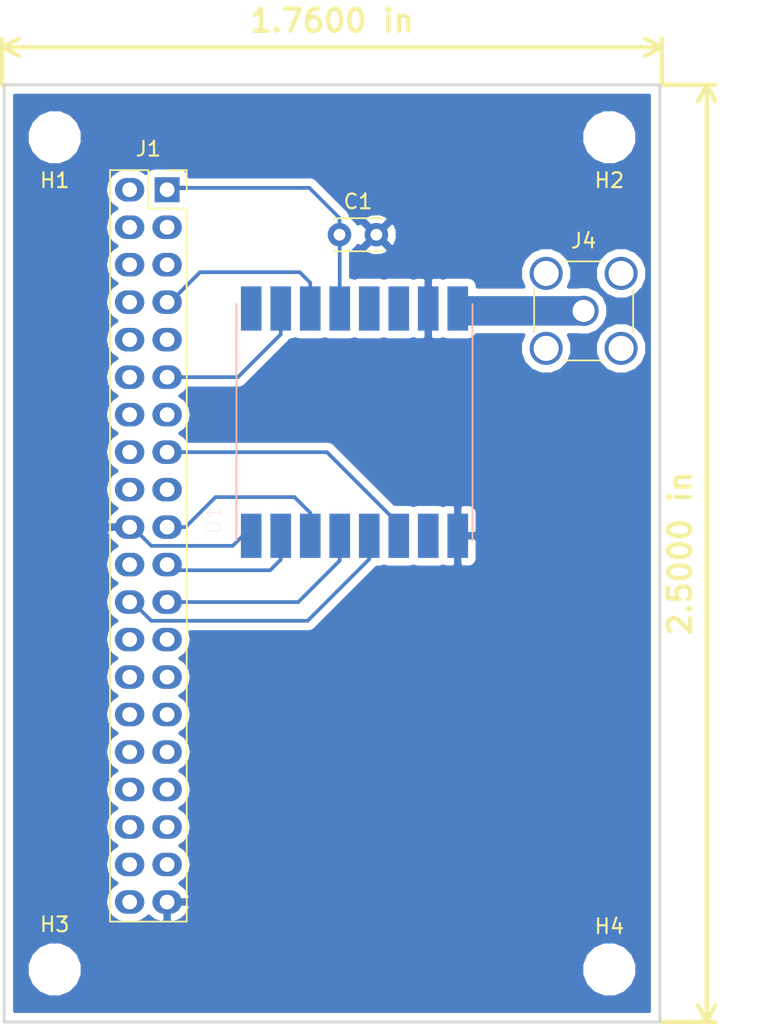
<source format=kicad_pcb>
(kicad_pcb (version 20171130) (host pcbnew "(5.0.2)-1")

  (general
    (thickness 1.6)
    (drawings 6)
    (tracks 45)
    (zones 0)
    (modules 8)
    (nets 44)
  )

  (page A4)
  (layers
    (0 F.Cu signal hide)
    (31 B.Cu signal)
    (32 B.Adhes user)
    (33 F.Adhes user)
    (34 B.Paste user)
    (35 F.Paste user)
    (36 B.SilkS user)
    (37 F.SilkS user)
    (38 B.Mask user)
    (39 F.Mask user)
    (40 Dwgs.User user)
    (41 Cmts.User user)
    (42 Eco1.User user)
    (43 Eco2.User user)
    (44 Edge.Cuts user)
    (45 Margin user)
    (46 B.CrtYd user)
    (47 F.CrtYd user)
    (48 B.Fab user)
    (49 F.Fab user)
  )

  (setup
    (last_trace_width 0.25)
    (trace_clearance 0.2)
    (zone_clearance 0.508)
    (zone_45_only no)
    (trace_min 0.2)
    (segment_width 0.2)
    (edge_width 0.15)
    (via_size 0.8)
    (via_drill 0.4)
    (via_min_size 0.4)
    (via_min_drill 0.3)
    (uvia_size 0.3)
    (uvia_drill 0.1)
    (uvias_allowed no)
    (uvia_min_size 0.2)
    (uvia_min_drill 0.1)
    (pcb_text_width 0.3)
    (pcb_text_size 1.5 1.5)
    (mod_edge_width 0.15)
    (mod_text_size 1 1)
    (mod_text_width 0.15)
    (pad_size 1.6 1.6)
    (pad_drill 0.8)
    (pad_to_mask_clearance 0.051)
    (solder_mask_min_width 0.25)
    (aux_axis_origin 0 0)
    (grid_origin 95.123 127)
    (visible_elements 7FFFFFFF)
    (pcbplotparams
      (layerselection 0x010fc_ffffffff)
      (usegerberextensions false)
      (usegerberattributes false)
      (usegerberadvancedattributes false)
      (creategerberjobfile false)
      (excludeedgelayer true)
      (linewidth 0.100000)
      (plotframeref false)
      (viasonmask false)
      (mode 1)
      (useauxorigin false)
      (hpglpennumber 1)
      (hpglpenspeed 20)
      (hpglpendiameter 15.000000)
      (psnegative false)
      (psa4output false)
      (plotreference true)
      (plotvalue true)
      (plotinvisibletext false)
      (padsonsilk false)
      (subtractmaskfromsilk false)
      (outputformat 1)
      (mirror false)
      (drillshape 1)
      (scaleselection 1)
      (outputdirectory ""))
  )

  (net 0 "")
  (net 1 +3V3)
  (net 2 GND)
  (net 3 "Net-(J1-Pad3)")
  (net 4 "Net-(J1-Pad4)")
  (net 5 "Net-(J1-Pad5)")
  (net 6 "Net-(J1-Pad6)")
  (net 7 DIO0)
  (net 8 "Net-(J1-Pad8)")
  (net 9 "Net-(J1-Pad10)")
  (net 10 DIO1)
  (net 11 "Net-(J1-Pad12)")
  (net 12 "Net-(J1-Pad13)")
  (net 13 "Net-(J1-Pad14)")
  (net 14 RST)
  (net 15 "Net-(J1-Pad16)")
  (net 16 "Net-(J1-Pad17)")
  (net 17 "Net-(J1-Pad18)")
  (net 18 MOSI)
  (net 19 "Net-(J1-Pad22)")
  (net 20 SCK)
  (net 21 "Net-(J1-Pad25)")
  (net 22 "Net-(J1-Pad26)")
  (net 23 "Net-(J1-Pad27)")
  (net 24 "Net-(J1-Pad28)")
  (net 25 "Net-(J1-Pad29)")
  (net 26 "Net-(J1-Pad30)")
  (net 27 "Net-(J1-Pad31)")
  (net 28 "Net-(J1-Pad32)")
  (net 29 "Net-(J1-Pad33)")
  (net 30 "Net-(J1-Pad34)")
  (net 31 "Net-(J1-Pad35)")
  (net 32 "Net-(J1-Pad36)")
  (net 33 "Net-(J1-Pad37)")
  (net 34 "Net-(J1-Pad38)")
  (net 35 "Net-(J1-Pad40)")
  (net 36 NSS)
  (net 37 MISO)
  (net 38 ANT)
  (net 39 "Net-(U1-Pad7)")
  (net 40 "Net-(U1-Pad11)")
  (net 41 "Net-(U1-Pad12)")
  (net 42 "Net-(U1-Pad16)")
  (net 43 "Net-(J1-Pad9)")

  (net_class Default "This is the default net class."
    (clearance 0.2)
    (trace_width 0.25)
    (via_dia 0.8)
    (via_drill 0.4)
    (uvia_dia 0.3)
    (uvia_drill 0.1)
    (add_net +3V3)
    (add_net ANT)
    (add_net DIO0)
    (add_net DIO1)
    (add_net GND)
    (add_net MISO)
    (add_net MOSI)
    (add_net NSS)
    (add_net "Net-(J1-Pad10)")
    (add_net "Net-(J1-Pad12)")
    (add_net "Net-(J1-Pad13)")
    (add_net "Net-(J1-Pad14)")
    (add_net "Net-(J1-Pad16)")
    (add_net "Net-(J1-Pad17)")
    (add_net "Net-(J1-Pad18)")
    (add_net "Net-(J1-Pad22)")
    (add_net "Net-(J1-Pad25)")
    (add_net "Net-(J1-Pad26)")
    (add_net "Net-(J1-Pad27)")
    (add_net "Net-(J1-Pad28)")
    (add_net "Net-(J1-Pad29)")
    (add_net "Net-(J1-Pad3)")
    (add_net "Net-(J1-Pad30)")
    (add_net "Net-(J1-Pad31)")
    (add_net "Net-(J1-Pad32)")
    (add_net "Net-(J1-Pad33)")
    (add_net "Net-(J1-Pad34)")
    (add_net "Net-(J1-Pad35)")
    (add_net "Net-(J1-Pad36)")
    (add_net "Net-(J1-Pad37)")
    (add_net "Net-(J1-Pad38)")
    (add_net "Net-(J1-Pad4)")
    (add_net "Net-(J1-Pad40)")
    (add_net "Net-(J1-Pad5)")
    (add_net "Net-(J1-Pad6)")
    (add_net "Net-(J1-Pad8)")
    (add_net "Net-(J1-Pad9)")
    (add_net "Net-(U1-Pad11)")
    (add_net "Net-(U1-Pad12)")
    (add_net "Net-(U1-Pad16)")
    (add_net "Net-(U1-Pad7)")
    (add_net RST)
    (add_net SCK)
  )

  (module RFM95:XCVR_RFM95W-915S2 (layer F.Cu) (tedit 5E375F02) (tstamp 5E3B6617)
    (at 118.999 86.36 90)
    (path /5E3934E9)
    (fp_text reference U1 (at -6.63079 -9.54026 90) (layer B.SilkS)
      (effects (font (size 1 1) (thickness 0.015)))
    )
    (fp_text value RFM95W-868S2 (at 0.6917 9.5683 90) (layer F.Fab)
      (effects (font (size 1 1) (thickness 0.015)))
    )
    (fp_line (start -8 8) (end -8 -8) (layer F.Fab) (width 0.127))
    (fp_line (start -8 -8) (end 8 -8) (layer F.Fab) (width 0.127))
    (fp_line (start 8 -8) (end 8 8) (layer F.Fab) (width 0.127))
    (fp_line (start 8 8) (end -8 8) (layer F.Fab) (width 0.127))
    (fp_line (start -8.25 -8.25) (end 8.25 -8.25) (layer F.CrtYd) (width 0.05))
    (fp_line (start 8.25 -8.25) (end 8.25 -7.95) (layer F.CrtYd) (width 0.05))
    (fp_line (start 8.25 -7.95) (end 9.45 -7.95) (layer F.CrtYd) (width 0.05))
    (fp_line (start 9.45 -7.95) (end 9.45 7.95) (layer F.CrtYd) (width 0.05))
    (fp_line (start 9.45 7.95) (end 8.25 7.95) (layer F.CrtYd) (width 0.05))
    (fp_line (start 8.25 7.95) (end 8.25 8.25) (layer F.CrtYd) (width 0.05))
    (fp_line (start 8.25 8.25) (end -8.25 8.25) (layer F.CrtYd) (width 0.05))
    (fp_line (start -8.25 8.25) (end -8.25 7.95) (layer F.CrtYd) (width 0.05))
    (fp_line (start -8.25 7.95) (end -9.45 7.95) (layer F.CrtYd) (width 0.05))
    (fp_line (start -9.45 7.95) (end -9.45 -7.95) (layer F.CrtYd) (width 0.05))
    (fp_line (start -9.45 -7.95) (end -8.25 -7.95) (layer F.CrtYd) (width 0.05))
    (fp_line (start -8.25 -7.95) (end -8.25 -8.25) (layer F.CrtYd) (width 0.05))
    (fp_line (start -8 -8) (end 8 -8) (layer B.SilkS) (width 0.127))
    (fp_line (start -8 8) (end 8 8) (layer B.SilkS) (width 0.127))
    (pad 1 smd rect (at -7.7 -7 90) (size 3 1.4) (layers B.Cu B.Mask)
      (net 2 GND))
    (pad 2 smd rect (at -7.7 -5 90) (size 3 1.4) (layers B.Cu B.Mask)
      (net 37 MISO))
    (pad 3 smd rect (at -7.7 -3 90) (size 3 1.4) (layers B.Cu B.Mask)
      (net 18 MOSI))
    (pad 4 smd rect (at -7.7 -1 90) (size 3 1.4) (layers B.Cu B.Mask)
      (net 20 SCK))
    (pad 5 smd rect (at -7.7 1 90) (size 3 1.4) (layers B.Cu B.Mask)
      (net 36 NSS))
    (pad 6 smd rect (at -7.7 3 90) (size 3 1.4) (layers B.Cu B.Mask)
      (net 14 RST))
    (pad 7 smd rect (at -7.7 5 90) (size 3 1.4) (layers B.Cu B.Mask)
      (net 39 "Net-(U1-Pad7)"))
    (pad 8 smd rect (at -7.7 7 90) (size 3 1.4) (layers B.Cu B.Mask)
      (net 2 GND))
    (pad 9 smd rect (at 7.7 7 90) (size 3 1.4) (layers B.Cu B.Mask)
      (net 38 ANT))
    (pad 10 smd rect (at 7.7 5 90) (size 3 1.4) (layers B.Cu B.Mask)
      (net 2 GND))
    (pad 11 smd rect (at 7.7 3 90) (size 3 1.4) (layers B.Cu B.Mask)
      (net 40 "Net-(U1-Pad11)"))
    (pad 12 smd rect (at 7.7 1 90) (size 3 1.4) (layers B.Cu B.Mask)
      (net 41 "Net-(U1-Pad12)"))
    (pad 13 smd rect (at 7.7 -1 90) (size 3 1.4) (layers B.Cu B.Mask)
      (net 1 +3V3))
    (pad 14 smd rect (at 7.7 -3 90) (size 3 1.4) (layers B.Cu B.Mask)
      (net 7 DIO0))
    (pad 15 smd rect (at 7.7 -5 90) (size 3 1.4) (layers B.Cu B.Mask)
      (net 10 DIO1))
    (pad 16 smd rect (at 7.7 -7 90) (size 3 1.4) (layers B.Cu B.Mask)
      (net 42 "Net-(U1-Pad16)"))
    (model "${KIPRJMOD}/RFM95/User Library-RFM96W.STEP"
      (offset (xyz 7.5 -8 -2.9))
      (scale (xyz 1 1 1))
      (rotate (xyz 0 -180 0))
    )
  )

  (module Connector_PinSocket_2.54mm:PinSocket_2x20_P2.54mm_Vertical (layer F.Cu) (tedit 5E375CC7) (tstamp 5E39E7F5)
    (at 106.299 70.612)
    (descr "Through hole straight socket strip, 2x20, 2.54mm pitch, double cols (from Kicad 4.0.7), script generated")
    (tags "Through hole socket strip THT 2x20 2.54mm double row")
    (path /5E37189D)
    (fp_text reference J1 (at -1.27 -2.77) (layer F.SilkS)
      (effects (font (size 1 1) (thickness 0.15)))
    )
    (fp_text value Conn_01x40_Female (at -1.27 51.03) (layer F.Fab)
      (effects (font (size 1 1) (thickness 0.15)))
    )
    (fp_line (start -3.81 -1.27) (end 0.27 -1.27) (layer F.Fab) (width 0.1))
    (fp_line (start 0.27 -1.27) (end 1.27 -0.27) (layer F.Fab) (width 0.1))
    (fp_line (start 1.27 -0.27) (end 1.27 49.53) (layer F.Fab) (width 0.1))
    (fp_line (start 1.27 49.53) (end -3.81 49.53) (layer F.Fab) (width 0.1))
    (fp_line (start -3.81 49.53) (end -3.81 -1.27) (layer F.Fab) (width 0.1))
    (fp_line (start -3.87 -1.33) (end -1.27 -1.33) (layer F.SilkS) (width 0.12))
    (fp_line (start -3.87 -1.33) (end -3.87 49.59) (layer F.SilkS) (width 0.12))
    (fp_line (start -3.87 49.59) (end 1.33 49.59) (layer F.SilkS) (width 0.12))
    (fp_line (start 1.33 1.27) (end 1.33 49.59) (layer F.SilkS) (width 0.12))
    (fp_line (start -1.27 1.27) (end 1.33 1.27) (layer F.SilkS) (width 0.12))
    (fp_line (start -1.27 -1.33) (end -1.27 1.27) (layer F.SilkS) (width 0.12))
    (fp_line (start 1.33 -1.33) (end 1.33 0) (layer F.SilkS) (width 0.12))
    (fp_line (start 0 -1.33) (end 1.33 -1.33) (layer F.SilkS) (width 0.12))
    (fp_line (start -4.34 -1.8) (end 1.76 -1.8) (layer F.CrtYd) (width 0.05))
    (fp_line (start 1.76 -1.8) (end 1.76 50) (layer F.CrtYd) (width 0.05))
    (fp_line (start 1.76 50) (end -4.34 50) (layer F.CrtYd) (width 0.05))
    (fp_line (start -4.34 50) (end -4.34 -1.8) (layer F.CrtYd) (width 0.05))
    (fp_text user %R (at -1.27 24.13 90) (layer F.Fab)
      (effects (font (size 1 1) (thickness 0.15)))
    )
    (pad "" np_thru_hole rect (at 0 0) (size 1.7 1.7) (drill 1) (layers *.Mask B.Cu))
    (pad "" np_thru_hole oval (at -2.54 0) (size 2 1.6) (drill 1) (layers *.Mask B.Cu))
    (pad 3 np_thru_hole oval (at 0 2.54) (size 2 1.6) (drill 1) (layers *.Mask B.Cu)
      (net 3 "Net-(J1-Pad3)"))
    (pad 4 np_thru_hole oval (at -2.54 2.54) (size 2 1.6) (drill 1) (layers *.Mask B.Cu)
      (net 4 "Net-(J1-Pad4)"))
    (pad 5 np_thru_hole oval (at 0 5.08) (size 2 1.6) (drill 1) (layers *.Mask B.Cu)
      (net 5 "Net-(J1-Pad5)"))
    (pad 6 np_thru_hole oval (at -2.54 5.08) (size 2 1.6) (drill 1) (layers *.Mask B.Cu)
      (net 6 "Net-(J1-Pad6)"))
    (pad 7 np_thru_hole oval (at 0 7.62) (size 2 1.6) (drill 1) (layers *.Mask B.Cu)
      (net 7 DIO0))
    (pad 8 np_thru_hole oval (at -2.54 7.62) (size 2 1.6) (drill 1) (layers *.Mask B.Cu)
      (net 8 "Net-(J1-Pad8)"))
    (pad 9 np_thru_hole oval (at 0 10.16) (size 2 1.6) (drill 1) (layers *.Mask B.Cu)
      (net 43 "Net-(J1-Pad9)"))
    (pad 10 np_thru_hole oval (at -2.54 10.16) (size 2 1.6) (drill 1) (layers *.Mask B.Cu)
      (net 9 "Net-(J1-Pad10)"))
    (pad 11 np_thru_hole oval (at 0 12.7) (size 2 1.6) (drill 1) (layers *.Mask B.Cu)
      (net 10 DIO1))
    (pad 12 np_thru_hole oval (at -2.54 12.7) (size 2 1.6) (drill 1) (layers *.Mask B.Cu)
      (net 11 "Net-(J1-Pad12)"))
    (pad 13 np_thru_hole oval (at 0 15.24) (size 2 1.6) (drill 1) (layers *.Mask B.Cu)
      (net 12 "Net-(J1-Pad13)"))
    (pad 14 np_thru_hole oval (at -2.54 15.24) (size 2 1.6) (drill 1) (layers *.Mask B.Cu)
      (net 13 "Net-(J1-Pad14)"))
    (pad 15 np_thru_hole oval (at 0 17.78) (size 2 1.6) (drill 1) (layers *.Mask B.Cu)
      (net 14 RST))
    (pad 16 np_thru_hole oval (at -2.54 17.78) (size 2 1.6) (drill 1) (layers *.Mask B.Cu)
      (net 15 "Net-(J1-Pad16)"))
    (pad 17 np_thru_hole oval (at 0 20.32) (size 2 1.6) (drill 1) (layers *.Mask B.Cu)
      (net 16 "Net-(J1-Pad17)"))
    (pad 18 np_thru_hole oval (at -2.54 20.32) (size 2 1.6) (drill 1) (layers *.Mask B.Cu)
      (net 17 "Net-(J1-Pad18)"))
    (pad 19 np_thru_hole oval (at 0 22.86) (size 2 1.6) (drill 1) (layers *.Mask B.Cu)
      (net 18 MOSI))
    (pad 20 np_thru_hole oval (at -2.54 22.86) (size 2 1.6) (drill 1) (layers *.Mask B.Cu)
      (net 2 GND))
    (pad 21 np_thru_hole oval (at 0 25.4) (size 2 1.6) (drill 1) (layers *.Mask B.Cu)
      (net 37 MISO))
    (pad 22 np_thru_hole oval (at -2.54 25.4) (size 2 1.6) (drill 1) (layers *.Mask B.Cu)
      (net 19 "Net-(J1-Pad22)"))
    (pad 23 np_thru_hole oval (at 0 27.94) (size 2 1.6) (drill 1) (layers *.Mask B.Cu)
      (net 20 SCK))
    (pad 24 np_thru_hole oval (at -2.54 27.94) (size 2 1.6) (drill 1) (layers *.Mask B.Cu)
      (net 36 NSS))
    (pad 25 np_thru_hole oval (at 0 30.48) (size 2 1.6) (drill 1) (layers *.Mask B.Cu)
      (net 21 "Net-(J1-Pad25)"))
    (pad 26 np_thru_hole oval (at -2.54 30.48) (size 2 1.6) (drill 1) (layers *.Mask B.Cu)
      (net 22 "Net-(J1-Pad26)"))
    (pad 27 np_thru_hole oval (at 0 33.02) (size 2 1.6) (drill 1) (layers *.Mask B.Cu)
      (net 23 "Net-(J1-Pad27)"))
    (pad 28 np_thru_hole oval (at -2.54 33.02) (size 2 1.6) (drill 1) (layers *.Mask B.Cu)
      (net 24 "Net-(J1-Pad28)"))
    (pad 29 np_thru_hole oval (at 0 35.56) (size 2 1.6) (drill 1) (layers *.Mask B.Cu)
      (net 25 "Net-(J1-Pad29)"))
    (pad 30 np_thru_hole oval (at -2.54 35.56) (size 2 1.6) (drill 1) (layers *.Mask B.Cu)
      (net 26 "Net-(J1-Pad30)"))
    (pad 31 np_thru_hole oval (at 0 38.1) (size 2 1.6) (drill 1) (layers *.Mask B.Cu)
      (net 27 "Net-(J1-Pad31)"))
    (pad 32 np_thru_hole oval (at -2.54 38.1) (size 2 1.6) (drill 1) (layers *.Mask B.Cu)
      (net 28 "Net-(J1-Pad32)"))
    (pad 33 np_thru_hole oval (at 0 40.64) (size 2 1.6) (drill 1) (layers *.Mask B.Cu)
      (net 29 "Net-(J1-Pad33)"))
    (pad 34 np_thru_hole oval (at -2.54 40.64) (size 2 1.6) (drill 1) (layers *.Mask B.Cu)
      (net 30 "Net-(J1-Pad34)"))
    (pad 35 np_thru_hole oval (at 0 43.18) (size 2 1.6) (drill 1) (layers *.Mask B.Cu)
      (net 31 "Net-(J1-Pad35)"))
    (pad 36 np_thru_hole oval (at -2.54 43.18) (size 2 1.6) (drill 1) (layers *.Mask B.Cu)
      (net 32 "Net-(J1-Pad36)"))
    (pad 37 np_thru_hole oval (at 0 45.72) (size 2 1.6) (drill 1) (layers *.Mask B.Cu)
      (net 33 "Net-(J1-Pad37)"))
    (pad 38 np_thru_hole oval (at -2.54 45.72) (size 2 1.6) (drill 1) (layers *.Mask B.Cu)
      (net 34 "Net-(J1-Pad38)"))
    (pad 39 np_thru_hole oval (at 0 48.26) (size 2 1.6) (drill 1) (layers *.Mask B.Cu)
      (net 2 GND))
    (pad 40 np_thru_hole oval (at -2.54 48.26) (size 2 1.6) (drill 1) (layers *.Mask B.Cu)
      (net 35 "Net-(J1-Pad40)"))
    (model ${KISYS3DMOD}/Connector_PinSocket_2.54mm.3dshapes/PinSocket_2x20_P2.54mm_Vertical.wrl
      (at (xyz 0 0 0))
      (scale (xyz 1 1 1))
      (rotate (xyz 0 0 0))
    )
  )

  (module Connector_Coaxial:SMA_Amphenol_901-144_Vertical (layer F.Cu) (tedit 5E37531B) (tstamp 5E385DE4)
    (at 134.529612 78.821094)
    (descr https://www.amphenolrf.com/downloads/dl/file/id/7023/product/3103/901_144_customer_drawing.pdf)
    (tags "SMA THT Female Jack Vertical")
    (path /5E390D2A)
    (fp_text reference J4 (at 0 -4.75) (layer F.SilkS)
      (effects (font (size 1 1) (thickness 0.15)))
    )
    (fp_text value Conn_01x01_Female (at 0 5) (layer F.Fab)
      (effects (font (size 1 1) (thickness 0.15)))
    )
    (fp_circle (center 0 0) (end 3.175 0) (layer F.Fab) (width 0.1))
    (fp_line (start 4.17 4.17) (end -4.17 4.17) (layer F.CrtYd) (width 0.05))
    (fp_line (start 4.17 4.17) (end 4.17 -4.17) (layer F.CrtYd) (width 0.05))
    (fp_line (start -4.17 -4.17) (end -4.17 4.17) (layer F.CrtYd) (width 0.05))
    (fp_line (start -4.17 -4.17) (end 4.17 -4.17) (layer F.CrtYd) (width 0.05))
    (fp_line (start -3.175 -3.175) (end 3.175 -3.175) (layer F.Fab) (width 0.1))
    (fp_line (start -3.175 -3.175) (end -3.175 3.175) (layer F.Fab) (width 0.1))
    (fp_line (start -3.175 3.175) (end 3.175 3.175) (layer F.Fab) (width 0.1))
    (fp_line (start 3.175 -3.175) (end 3.175 3.175) (layer F.Fab) (width 0.1))
    (fp_line (start -3.355 -1.45) (end -3.355 1.45) (layer F.SilkS) (width 0.12))
    (fp_line (start 3.355 -1.45) (end 3.355 1.45) (layer F.SilkS) (width 0.12))
    (fp_line (start -1.45 3.355) (end 1.45 3.355) (layer F.SilkS) (width 0.12))
    (fp_line (start -1.45 -3.355) (end 1.45 -3.355) (layer F.SilkS) (width 0.12))
    (fp_text user %R (at 0 0) (layer F.Fab)
      (effects (font (size 1 1) (thickness 0.15)))
    )
    (pad "" np_thru_hole circle (at 0 0) (size 2.05 2.05) (drill 1.5) (layers *.Mask B.Cu))
    (pad "" np_thru_hole circle (at 2.54 2.54) (size 2.25 2.25) (drill 1.7) (layers *.Mask B.Cu))
    (pad "" np_thru_hole circle (at 2.54 -2.54) (size 2.25 2.25) (drill 1.7) (layers *.Mask B.Cu))
    (pad "" np_thru_hole circle (at -2.54 -2.54) (size 2.25 2.25) (drill 1.7) (layers *.Mask B.Cu))
    (pad "" np_thru_hole circle (at -2.54 2.54) (size 2.25 2.25) (drill 1.7) (layers *.Mask B.Cu))
    (model ${KISYS3DMOD}/Connector_Coaxial.3dshapes/SMA_Amphenol_901-144_Vertical.wrl
      (at (xyz 0 0 0))
      (scale (xyz 1 1 1))
      (rotate (xyz 0 0 0))
    )
    (model ${KIPRJMOD}/antena.STEP
      (at (xyz 0 0 0))
      (scale (xyz 1 1 1))
      (rotate (xyz 0 0 0))
    )
    (model ${KIPRJMOD}/132203_3d_model_file.STEP
      (offset (xyz 2.25 0 6.5))
      (scale (xyz 1 1 1))
      (rotate (xyz 90 0 0))
    )
  )

  (module Capacitor_THT:C_Disc_D3.0mm_W2.0mm_P2.50mm (layer F.Cu) (tedit 5E375D45) (tstamp 5E38501C)
    (at 117.983 73.66)
    (descr "C, Disc series, Radial, pin pitch=2.50mm, , diameter*width=3*2mm^2, Capacitor")
    (tags "C Disc series Radial pin pitch 2.50mm  diameter 3mm width 2mm Capacitor")
    (path /5E37AEF1)
    (fp_text reference C1 (at 1.25 -2.25) (layer F.SilkS)
      (effects (font (size 1 1) (thickness 0.15)))
    )
    (fp_text value 100n (at 1.25 2.25) (layer F.Fab)
      (effects (font (size 1 1) (thickness 0.15)))
    )
    (fp_line (start -0.25 -1) (end -0.25 1) (layer F.Fab) (width 0.1))
    (fp_line (start -0.25 1) (end 2.75 1) (layer F.Fab) (width 0.1))
    (fp_line (start 2.75 1) (end 2.75 -1) (layer F.Fab) (width 0.1))
    (fp_line (start 2.75 -1) (end -0.25 -1) (layer F.Fab) (width 0.1))
    (fp_line (start -0.37 -1.12) (end 2.87 -1.12) (layer F.SilkS) (width 0.12))
    (fp_line (start -0.37 1.12) (end 2.87 1.12) (layer F.SilkS) (width 0.12))
    (fp_line (start -0.37 -1.12) (end -0.37 -1.055) (layer F.SilkS) (width 0.12))
    (fp_line (start -0.37 1.055) (end -0.37 1.12) (layer F.SilkS) (width 0.12))
    (fp_line (start 2.87 -1.12) (end 2.87 -1.055) (layer F.SilkS) (width 0.12))
    (fp_line (start 2.87 1.055) (end 2.87 1.12) (layer F.SilkS) (width 0.12))
    (fp_line (start -1.05 -1.25) (end -1.05 1.25) (layer F.CrtYd) (width 0.05))
    (fp_line (start -1.05 1.25) (end 3.55 1.25) (layer F.CrtYd) (width 0.05))
    (fp_line (start 3.55 1.25) (end 3.55 -1.25) (layer F.CrtYd) (width 0.05))
    (fp_line (start 3.55 -1.25) (end -1.05 -1.25) (layer F.CrtYd) (width 0.05))
    (fp_text user %R (at 1.25 0) (layer F.Fab)
      (effects (font (size 0.6 0.6) (thickness 0.09)))
    )
    (pad "" np_thru_hole circle (at 0 0) (size 1.6 1.6) (drill 0.8) (layers *.Mask B.Cu))
    (pad "" np_thru_hole circle (at 2.5 0) (size 1.6 1.6) (drill 0.8) (layers *.Mask B.Cu))
    (model ${KISYS3DMOD}/Capacitor_THT.3dshapes/C_Disc_D3.0mm_W2.0mm_P2.50mm.wrl
      (at (xyz 0 0 0))
      (scale (xyz 1 1 1))
      (rotate (xyz 0 0 0))
    )
  )

  (module MountingHole:MountingHole_2.5mm (layer F.Cu) (tedit 5E375E52) (tstamp 5E38BE05)
    (at 98.679 67.056)
    (descr "Mounting Hole 2.5mm, no annular")
    (tags "mounting hole 2.5mm no annular")
    (attr virtual)
    (fp_text reference H1 (at 0 2.921) (layer F.SilkS)
      (effects (font (size 1 1) (thickness 0.15)))
    )
    (fp_text value MountingHole_2.5mm (at 0 3.5) (layer F.Fab)
      (effects (font (size 1 1) (thickness 0.15)))
    )
    (fp_circle (center 0 0) (end 2.75 0) (layer F.CrtYd) (width 0.05))
    (fp_circle (center 0 0) (end 2.5 0) (layer Cmts.User) (width 0.15))
    (fp_text user %R (at 0.3 0) (layer F.Fab)
      (effects (font (size 1 1) (thickness 0.15)))
    )
    (pad 1 np_thru_hole circle (at 0 0) (size 2.5 2.5) (drill 2.5) (layers *.Cu *.Mask))
  )

  (module MountingHole:MountingHole_2.5mm (layer F.Cu) (tedit 5E375E62) (tstamp 5E38BE23)
    (at 136.271 67.056)
    (descr "Mounting Hole 2.5mm, no annular")
    (tags "mounting hole 2.5mm no annular")
    (attr virtual)
    (fp_text reference H2 (at 0 2.921) (layer F.SilkS)
      (effects (font (size 1 1) (thickness 0.15)))
    )
    (fp_text value MountingHole_2.5mm (at 0 3.5) (layer F.Fab)
      (effects (font (size 1 1) (thickness 0.15)))
    )
    (fp_circle (center 0 0) (end 2.75 0) (layer F.CrtYd) (width 0.05))
    (fp_circle (center 0 0) (end 2.5 0) (layer Cmts.User) (width 0.15))
    (fp_text user %R (at 0.3 0) (layer F.Fab)
      (effects (font (size 1 1) (thickness 0.15)))
    )
    (pad 1 np_thru_hole circle (at 0 0) (size 2.5 2.5) (drill 2.5) (layers *.Cu *.Mask))
  )

  (module MountingHole:MountingHole_2.5mm (layer F.Cu) (tedit 5E375E74) (tstamp 5E38BE41)
    (at 98.679 123.444)
    (descr "Mounting Hole 2.5mm, no annular")
    (tags "mounting hole 2.5mm no annular")
    (attr virtual)
    (fp_text reference H3 (at 0 -3.048) (layer F.SilkS)
      (effects (font (size 1 1) (thickness 0.15)))
    )
    (fp_text value MountingHole_2.5mm (at 0 3.5) (layer F.Fab)
      (effects (font (size 1 1) (thickness 0.15)))
    )
    (fp_circle (center 0 0) (end 2.75 0) (layer F.CrtYd) (width 0.05))
    (fp_circle (center 0 0) (end 2.5 0) (layer Cmts.User) (width 0.15))
    (fp_text user %R (at 0.3 0) (layer F.Fab)
      (effects (font (size 1 1) (thickness 0.15)))
    )
    (pad 1 np_thru_hole circle (at 0 0) (size 2.5 2.5) (drill 2.5) (layers *.Cu *.Mask))
  )

  (module MountingHole:MountingHole_2.5mm (layer F.Cu) (tedit 5E375E7F) (tstamp 5E38BE5F)
    (at 136.271 123.444)
    (descr "Mounting Hole 2.5mm, no annular")
    (tags "mounting hole 2.5mm no annular")
    (attr virtual)
    (fp_text reference H4 (at 0 -2.921) (layer F.SilkS)
      (effects (font (size 1 1) (thickness 0.15)))
    )
    (fp_text value MountingHole_2.5mm (at 0 3.5) (layer F.Fab)
      (effects (font (size 1 1) (thickness 0.15)))
    )
    (fp_circle (center 0 0) (end 2.75 0) (layer F.CrtYd) (width 0.05))
    (fp_circle (center 0 0) (end 2.5 0) (layer Cmts.User) (width 0.15))
    (fp_text user %R (at 0.3 0) (layer F.Fab)
      (effects (font (size 1 1) (thickness 0.15)))
    )
    (pad 1 np_thru_hole circle (at 0 0) (size 2.5 2.5) (drill 2.5) (layers *.Cu *.Mask))
  )

  (dimension 63.5 (width 0.3) (layer F.SilkS)
    (gr_text "63.500 mm" (at 144.975 95.25 270) (layer F.SilkS)
      (effects (font (size 1.5 1.5) (thickness 0.3)))
    )
    (feature1 (pts (xy 139.827 127) (xy 143.461421 127)))
    (feature2 (pts (xy 139.827 63.5) (xy 143.461421 63.5)))
    (crossbar (pts (xy 142.875 63.5) (xy 142.875 127)))
    (arrow1a (pts (xy 142.875 127) (xy 142.288579 125.873496)))
    (arrow1b (pts (xy 142.875 127) (xy 143.461421 125.873496)))
    (arrow2a (pts (xy 142.875 63.5) (xy 142.288579 64.626504)))
    (arrow2b (pts (xy 142.875 63.5) (xy 143.461421 64.626504)))
  )
  (dimension 44.704 (width 0.3) (layer F.SilkS)
    (gr_text "44.704 mm" (at 117.475 58.86) (layer F.SilkS)
      (effects (font (size 1.5 1.5) (thickness 0.3)))
    )
    (feature1 (pts (xy 139.827 63.5) (xy 139.827 60.373579)))
    (feature2 (pts (xy 95.123 63.5) (xy 95.123 60.373579)))
    (crossbar (pts (xy 95.123 60.96) (xy 139.827 60.96)))
    (arrow1a (pts (xy 139.827 60.96) (xy 138.700496 61.546421)))
    (arrow1b (pts (xy 139.827 60.96) (xy 138.700496 60.373579)))
    (arrow2a (pts (xy 95.123 60.96) (xy 96.249504 61.546421)))
    (arrow2b (pts (xy 95.123 60.96) (xy 96.249504 60.373579)))
  )
  (gr_line (start 139.7 63.5) (end 95.25 63.5) (layer Edge.Cuts) (width 0.2))
  (gr_line (start 139.7 127) (end 139.7 63.5) (layer Edge.Cuts) (width 0.2))
  (gr_line (start 95.25 127) (end 139.7 127) (layer Edge.Cuts) (width 0.2))
  (gr_line (start 95.25 63.5) (end 95.25 127) (layer Edge.Cuts) (width 0.2))

  (segment (start 107.630406 70.485) (end 107.315 70.485) (width 0.3) (layer B.Cu) (net 1))
  (segment (start 106.299 70.485) (end 107.315 70.485) (width 0.3) (layer B.Cu) (net 1))
  (segment (start 117.999 73.676) (end 117.983 73.66) (width 0.25) (layer B.Cu) (net 1))
  (segment (start 117.999 78.66) (end 117.999 73.676) (width 0.25) (layer B.Cu) (net 1))
  (segment (start 115.93937 70.485) (end 115.443 70.485) (width 0.25) (layer B.Cu) (net 1))
  (segment (start 117.983 72.52863) (end 115.93937 70.485) (width 0.25) (layer B.Cu) (net 1))
  (segment (start 117.983 73.66) (end 117.983 72.52863) (width 0.25) (layer B.Cu) (net 1))
  (segment (start 107.630406 70.485) (end 115.443 70.485) (width 0.25) (layer B.Cu) (net 1))
  (segment (start 103.959 93.472) (end 105.229 94.742) (width 0.25) (layer B.Cu) (net 2))
  (segment (start 103.759 93.472) (end 103.959 93.472) (width 0.25) (layer B.Cu) (net 2))
  (segment (start 105.229 94.742) (end 110.744 94.742) (width 0.25) (layer B.Cu) (net 2))
  (segment (start 110.744 94.742) (end 111.426 94.06) (width 0.25) (layer B.Cu) (net 2))
  (segment (start 111.426 94.06) (end 111.999 94.06) (width 0.25) (layer B.Cu) (net 2))
  (segment (start 115.999 76.91) (end 115.289 76.2) (width 0.25) (layer B.Cu) (net 7))
  (segment (start 115.999 78.66) (end 115.999 76.91) (width 0.25) (layer B.Cu) (net 7))
  (segment (start 106.499 78.232) (end 106.299 78.232) (width 0.25) (layer B.Cu) (net 7))
  (segment (start 108.531 76.2) (end 106.499 78.232) (width 0.25) (layer B.Cu) (net 7))
  (segment (start 115.289 76.2) (end 108.531 76.2) (width 0.25) (layer B.Cu) (net 7))
  (segment (start 107.549 83.312) (end 106.299 83.312) (width 0.25) (layer B.Cu) (net 10))
  (segment (start 111.097 83.312) (end 107.549 83.312) (width 0.25) (layer B.Cu) (net 10))
  (segment (start 113.999 80.41) (end 111.097 83.312) (width 0.25) (layer B.Cu) (net 10))
  (segment (start 113.999 78.66) (end 113.999 80.41) (width 0.25) (layer B.Cu) (net 10))
  (segment (start 107.549 88.392) (end 106.299 88.392) (width 0.25) (layer B.Cu) (net 14))
  (segment (start 117.131 88.392) (end 107.549 88.392) (width 0.25) (layer B.Cu) (net 14))
  (segment (start 121.999 93.26) (end 117.131 88.392) (width 0.25) (layer B.Cu) (net 14))
  (segment (start 121.999 94.06) (end 121.999 93.26) (width 0.25) (layer B.Cu) (net 14))
  (segment (start 115.999 92.504) (end 115.999 94.06) (width 0.25) (layer B.Cu) (net 18))
  (segment (start 114.935 91.44) (end 115.999 92.504) (width 0.25) (layer B.Cu) (net 18))
  (segment (start 109.581 91.44) (end 114.935 91.44) (width 0.25) (layer B.Cu) (net 18))
  (segment (start 106.299 93.472) (end 107.549 93.472) (width 0.25) (layer B.Cu) (net 18))
  (segment (start 107.549 93.472) (end 109.581 91.44) (width 0.25) (layer B.Cu) (net 18))
  (segment (start 117.999 95.742) (end 117.999 94.06) (width 0.25) (layer B.Cu) (net 20))
  (segment (start 106.299 98.552) (end 115.189 98.552) (width 0.25) (layer B.Cu) (net 20))
  (segment (start 115.189 98.552) (end 117.999 95.742) (width 0.25) (layer B.Cu) (net 20))
  (segment (start 119.999 95.647) (end 119.999 94.06) (width 0.25) (layer B.Cu) (net 36))
  (segment (start 115.824 99.822) (end 119.999 95.647) (width 0.25) (layer B.Cu) (net 36))
  (segment (start 105.229 99.822) (end 115.824 99.822) (width 0.25) (layer B.Cu) (net 36))
  (segment (start 103.759 98.552) (end 103.959 98.552) (width 0.25) (layer B.Cu) (net 36))
  (segment (start 103.959 98.552) (end 105.229 99.822) (width 0.25) (layer B.Cu) (net 36))
  (segment (start 113.999 95.678) (end 113.999 94.06) (width 0.25) (layer B.Cu) (net 37))
  (segment (start 113.284 96.393) (end 113.999 95.678) (width 0.25) (layer B.Cu) (net 37))
  (segment (start 106.299 96.012) (end 106.68 96.393) (width 0.25) (layer B.Cu) (net 37))
  (segment (start 106.68 96.393) (end 113.284 96.393) (width 0.25) (layer B.Cu) (net 37))
  (segment (start 134.525949 79.388931) (end 134.529612 79.392594) (width 0.25) (layer B.Cu) (net 38))
  (segment (start 134.529612 78.821094) (end 126.700094 78.821094) (width 2) (layer B.Cu) (net 38))

  (zone (net 2) (net_name GND) (layer B.Cu) (tstamp 0) (hatch edge 0.508)
    (connect_pads (clearance 0.508))
    (min_thickness 0.254)
    (fill yes (arc_segments 16) (thermal_gap 0.508) (thermal_bridge_width 0.508))
    (polygon
      (pts
        (xy 95.25 63.5) (xy 139.7 63.5) (xy 139.7 127) (xy 95.25 127)
      )
    )
    (filled_polygon
      (pts
        (xy 138.965 126.265) (xy 95.985 126.265) (xy 95.985 123.06905) (xy 96.794 123.06905) (xy 96.794 123.81895)
        (xy 97.080974 124.511767) (xy 97.611233 125.042026) (xy 98.30405 125.329) (xy 99.05395 125.329) (xy 99.746767 125.042026)
        (xy 100.277026 124.511767) (xy 100.564 123.81895) (xy 100.564 123.06905) (xy 134.386 123.06905) (xy 134.386 123.81895)
        (xy 134.672974 124.511767) (xy 135.203233 125.042026) (xy 135.89605 125.329) (xy 136.64595 125.329) (xy 137.338767 125.042026)
        (xy 137.869026 124.511767) (xy 138.156 123.81895) (xy 138.156 123.06905) (xy 137.869026 122.376233) (xy 137.338767 121.845974)
        (xy 136.64595 121.559) (xy 135.89605 121.559) (xy 135.203233 121.845974) (xy 134.672974 122.376233) (xy 134.386 123.06905)
        (xy 100.564 123.06905) (xy 100.277026 122.376233) (xy 99.746767 121.845974) (xy 99.05395 121.559) (xy 98.30405 121.559)
        (xy 97.611233 121.845974) (xy 97.080974 122.376233) (xy 96.794 123.06905) (xy 95.985 123.06905) (xy 95.985 70.612)
        (xy 102.095887 70.612) (xy 102.20726 71.171909) (xy 102.524423 71.646577) (xy 102.876758 71.882) (xy 102.524423 72.117423)
        (xy 102.20726 72.592091) (xy 102.095887 73.152) (xy 102.20726 73.711909) (xy 102.524423 74.186577) (xy 102.876758 74.422)
        (xy 102.524423 74.657423) (xy 102.20726 75.132091) (xy 102.095887 75.692) (xy 102.20726 76.251909) (xy 102.524423 76.726577)
        (xy 102.876758 76.962) (xy 102.524423 77.197423) (xy 102.20726 77.672091) (xy 102.095887 78.232) (xy 102.20726 78.791909)
        (xy 102.524423 79.266577) (xy 102.876758 79.502) (xy 102.524423 79.737423) (xy 102.20726 80.212091) (xy 102.095887 80.772)
        (xy 102.20726 81.331909) (xy 102.524423 81.806577) (xy 102.876758 82.042) (xy 102.524423 82.277423) (xy 102.20726 82.752091)
        (xy 102.095887 83.312) (xy 102.20726 83.871909) (xy 102.524423 84.346577) (xy 102.876758 84.582) (xy 102.524423 84.817423)
        (xy 102.20726 85.292091) (xy 102.095887 85.852) (xy 102.20726 86.411909) (xy 102.524423 86.886577) (xy 102.876758 87.122)
        (xy 102.524423 87.357423) (xy 102.20726 87.832091) (xy 102.095887 88.392) (xy 102.20726 88.951909) (xy 102.524423 89.426577)
        (xy 102.876758 89.662) (xy 102.524423 89.897423) (xy 102.20726 90.372091) (xy 102.095887 90.932) (xy 102.20726 91.491909)
        (xy 102.524423 91.966577) (xy 102.880217 92.204311) (xy 102.869774 92.207572) (xy 102.438363 92.567576) (xy 102.177558 93.06527)
        (xy 102.167096 93.122961) (xy 102.289085 93.345) (xy 103.632 93.345) (xy 103.632 93.325) (xy 103.886 93.325)
        (xy 103.886 93.345) (xy 103.906 93.345) (xy 103.906 93.599) (xy 103.886 93.599) (xy 103.886 93.619)
        (xy 103.632 93.619) (xy 103.632 93.599) (xy 102.289085 93.599) (xy 102.167096 93.821039) (xy 102.177558 93.87873)
        (xy 102.438363 94.376424) (xy 102.869774 94.736428) (xy 102.880217 94.739689) (xy 102.524423 94.977423) (xy 102.20726 95.452091)
        (xy 102.095887 96.012) (xy 102.20726 96.571909) (xy 102.524423 97.046577) (xy 102.876758 97.282) (xy 102.524423 97.517423)
        (xy 102.20726 97.992091) (xy 102.095887 98.552) (xy 102.20726 99.111909) (xy 102.524423 99.586577) (xy 102.876758 99.822)
        (xy 102.524423 100.057423) (xy 102.20726 100.532091) (xy 102.095887 101.092) (xy 102.20726 101.651909) (xy 102.524423 102.126577)
        (xy 102.876758 102.362) (xy 102.524423 102.597423) (xy 102.20726 103.072091) (xy 102.095887 103.632) (xy 102.20726 104.191909)
        (xy 102.524423 104.666577) (xy 102.876758 104.902) (xy 102.524423 105.137423) (xy 102.20726 105.612091) (xy 102.095887 106.172)
        (xy 102.20726 106.731909) (xy 102.524423 107.206577) (xy 102.876758 107.442) (xy 102.524423 107.677423) (xy 102.20726 108.152091)
        (xy 102.095887 108.712) (xy 102.20726 109.271909) (xy 102.524423 109.746577) (xy 102.876758 109.982) (xy 102.524423 110.217423)
        (xy 102.20726 110.692091) (xy 102.095887 111.252) (xy 102.20726 111.811909) (xy 102.524423 112.286577) (xy 102.876758 112.522)
        (xy 102.524423 112.757423) (xy 102.20726 113.232091) (xy 102.095887 113.792) (xy 102.20726 114.351909) (xy 102.524423 114.826577)
        (xy 102.876758 115.062) (xy 102.524423 115.297423) (xy 102.20726 115.772091) (xy 102.095887 116.332) (xy 102.20726 116.891909)
        (xy 102.524423 117.366577) (xy 102.876758 117.602) (xy 102.524423 117.837423) (xy 102.20726 118.312091) (xy 102.095887 118.872)
        (xy 102.20726 119.431909) (xy 102.524423 119.906577) (xy 102.999091 120.22374) (xy 103.417667 120.307) (xy 104.100333 120.307)
        (xy 104.518909 120.22374) (xy 104.993577 119.906577) (xy 105.043964 119.831167) (xy 105.409774 120.136428) (xy 105.946114 120.303934)
        (xy 106.172 120.151471) (xy 106.172 118.999) (xy 106.426 118.999) (xy 106.426 120.151471) (xy 106.651886 120.303934)
        (xy 107.188226 120.136428) (xy 107.619637 119.776424) (xy 107.880442 119.27873) (xy 107.890904 119.221039) (xy 107.768915 118.999)
        (xy 106.426 118.999) (xy 106.172 118.999) (xy 106.152 118.999) (xy 106.152 118.745) (xy 106.172 118.745)
        (xy 106.172 118.725) (xy 106.426 118.725) (xy 106.426 118.745) (xy 107.768915 118.745) (xy 107.890904 118.522961)
        (xy 107.880442 118.46527) (xy 107.619637 117.967576) (xy 107.188226 117.607572) (xy 107.177783 117.604311) (xy 107.533577 117.366577)
        (xy 107.85074 116.891909) (xy 107.962113 116.332) (xy 107.85074 115.772091) (xy 107.533577 115.297423) (xy 107.181242 115.062)
        (xy 107.533577 114.826577) (xy 107.85074 114.351909) (xy 107.962113 113.792) (xy 107.85074 113.232091) (xy 107.533577 112.757423)
        (xy 107.181242 112.522) (xy 107.533577 112.286577) (xy 107.85074 111.811909) (xy 107.962113 111.252) (xy 107.85074 110.692091)
        (xy 107.533577 110.217423) (xy 107.181242 109.982) (xy 107.533577 109.746577) (xy 107.85074 109.271909) (xy 107.962113 108.712)
        (xy 107.85074 108.152091) (xy 107.533577 107.677423) (xy 107.181242 107.442) (xy 107.533577 107.206577) (xy 107.85074 106.731909)
        (xy 107.962113 106.172) (xy 107.85074 105.612091) (xy 107.533577 105.137423) (xy 107.181242 104.902) (xy 107.533577 104.666577)
        (xy 107.85074 104.191909) (xy 107.962113 103.632) (xy 107.85074 103.072091) (xy 107.533577 102.597423) (xy 107.181242 102.362)
        (xy 107.533577 102.126577) (xy 107.85074 101.651909) (xy 107.962113 101.092) (xy 107.860668 100.582) (xy 115.749153 100.582)
        (xy 115.824 100.596888) (xy 115.898847 100.582) (xy 115.898852 100.582) (xy 116.120537 100.537904) (xy 116.371929 100.369929)
        (xy 116.414331 100.30647) (xy 120.483473 96.237329) (xy 120.528205 96.20744) (xy 120.699 96.20744) (xy 120.946765 96.158157)
        (xy 120.999 96.123254) (xy 121.051235 96.158157) (xy 121.299 96.20744) (xy 122.699 96.20744) (xy 122.946765 96.158157)
        (xy 122.999 96.123254) (xy 123.051235 96.158157) (xy 123.299 96.20744) (xy 124.699 96.20744) (xy 124.946765 96.158157)
        (xy 124.999184 96.123131) (xy 125.17269 96.195) (xy 125.71325 96.195) (xy 125.872 96.03625) (xy 125.872 94.187)
        (xy 126.126 94.187) (xy 126.126 96.03625) (xy 126.28475 96.195) (xy 126.82531 96.195) (xy 127.058699 96.098327)
        (xy 127.237327 95.919698) (xy 127.334 95.686309) (xy 127.334 94.34575) (xy 127.17525 94.187) (xy 126.126 94.187)
        (xy 125.872 94.187) (xy 125.852 94.187) (xy 125.852 93.933) (xy 125.872 93.933) (xy 125.872 92.08375)
        (xy 126.126 92.08375) (xy 126.126 93.933) (xy 127.17525 93.933) (xy 127.334 93.77425) (xy 127.334 92.433691)
        (xy 127.237327 92.200302) (xy 127.058699 92.021673) (xy 126.82531 91.925) (xy 126.28475 91.925) (xy 126.126 92.08375)
        (xy 125.872 92.08375) (xy 125.71325 91.925) (xy 125.17269 91.925) (xy 124.999184 91.996869) (xy 124.946765 91.961843)
        (xy 124.699 91.91256) (xy 123.299 91.91256) (xy 123.051235 91.961843) (xy 122.999 91.996746) (xy 122.946765 91.961843)
        (xy 122.699 91.91256) (xy 121.726362 91.91256) (xy 117.721331 87.90753) (xy 117.678929 87.844071) (xy 117.427537 87.676096)
        (xy 117.205852 87.632) (xy 117.205847 87.632) (xy 117.131 87.617112) (xy 117.056153 87.632) (xy 107.717043 87.632)
        (xy 107.533577 87.357423) (xy 107.181242 87.122) (xy 107.533577 86.886577) (xy 107.85074 86.411909) (xy 107.962113 85.852)
        (xy 107.85074 85.292091) (xy 107.533577 84.817423) (xy 107.181242 84.582) (xy 107.533577 84.346577) (xy 107.717043 84.072)
        (xy 111.022153 84.072) (xy 111.097 84.086888) (xy 111.171847 84.072) (xy 111.171852 84.072) (xy 111.393537 84.027904)
        (xy 111.644929 83.859929) (xy 111.687331 83.79647) (xy 114.483473 81.000329) (xy 114.546929 80.957929) (xy 114.647483 80.80744)
        (xy 114.699 80.80744) (xy 114.946765 80.758157) (xy 114.999 80.723254) (xy 115.051235 80.758157) (xy 115.299 80.80744)
        (xy 116.699 80.80744) (xy 116.946765 80.758157) (xy 116.999 80.723254) (xy 117.051235 80.758157) (xy 117.299 80.80744)
        (xy 118.699 80.80744) (xy 118.946765 80.758157) (xy 118.999 80.723254) (xy 119.051235 80.758157) (xy 119.299 80.80744)
        (xy 120.699 80.80744) (xy 120.946765 80.758157) (xy 120.999 80.723254) (xy 121.051235 80.758157) (xy 121.299 80.80744)
        (xy 122.699 80.80744) (xy 122.946765 80.758157) (xy 122.999184 80.723131) (xy 123.17269 80.795) (xy 123.71325 80.795)
        (xy 123.872 80.63625) (xy 123.872 78.787) (xy 123.852 78.787) (xy 123.852 78.533) (xy 123.872 78.533)
        (xy 123.872 76.68375) (xy 124.126 76.68375) (xy 124.126 78.533) (xy 124.146 78.533) (xy 124.146 78.787)
        (xy 124.126 78.787) (xy 124.126 80.63625) (xy 124.28475 80.795) (xy 124.82531 80.795) (xy 124.998816 80.723131)
        (xy 125.051235 80.758157) (xy 125.299 80.80744) (xy 126.699 80.80744) (xy 126.946765 80.758157) (xy 127.156809 80.617809)
        (xy 127.264864 80.456094) (xy 130.459465 80.456094) (xy 130.229612 81.011008) (xy 130.229612 81.71118) (xy 130.497556 82.358054)
        (xy 130.992652 82.85315) (xy 131.639526 83.121094) (xy 132.339698 83.121094) (xy 132.986572 82.85315) (xy 133.481668 82.358054)
        (xy 133.749612 81.71118) (xy 133.749612 81.011008) (xy 135.309612 81.011008) (xy 135.309612 81.71118) (xy 135.577556 82.358054)
        (xy 136.072652 82.85315) (xy 136.719526 83.121094) (xy 137.419698 83.121094) (xy 138.066572 82.85315) (xy 138.561668 82.358054)
        (xy 138.829612 81.71118) (xy 138.829612 81.011008) (xy 138.561668 80.364134) (xy 138.066572 79.869038) (xy 137.419698 79.601094)
        (xy 136.719526 79.601094) (xy 136.072652 79.869038) (xy 135.577556 80.364134) (xy 135.309612 81.011008) (xy 133.749612 81.011008)
        (xy 133.519759 80.456094) (xy 134.139063 80.456094) (xy 134.199418 80.481094) (xy 134.859806 80.481094) (xy 135.132208 80.368261)
        (xy 135.167557 80.36123) (xy 135.197524 80.341206) (xy 135.469926 80.228374) (xy 135.678413 80.019887) (xy 135.708381 79.999863)
        (xy 135.728405 79.969895) (xy 135.936892 79.761408) (xy 136.049724 79.489006) (xy 136.069748 79.459039) (xy 136.076779 79.42369)
        (xy 136.189612 79.151288) (xy 136.189612 78.856441) (xy 136.196643 78.821094) (xy 136.189612 78.785747) (xy 136.189612 78.4909)
        (xy 136.076779 78.218498) (xy 136.069748 78.183149) (xy 136.049724 78.153182) (xy 135.936892 77.88078) (xy 135.728405 77.672293)
        (xy 135.708381 77.642325) (xy 135.678413 77.622301) (xy 135.469926 77.413814) (xy 135.197524 77.300982) (xy 135.167557 77.280958)
        (xy 135.132208 77.273927) (xy 134.859806 77.161094) (xy 134.199418 77.161094) (xy 134.139063 77.186094) (xy 133.519759 77.186094)
        (xy 133.749612 76.63118) (xy 133.749612 75.931008) (xy 135.309612 75.931008) (xy 135.309612 76.63118) (xy 135.577556 77.278054)
        (xy 136.072652 77.77315) (xy 136.719526 78.041094) (xy 137.419698 78.041094) (xy 138.066572 77.77315) (xy 138.561668 77.278054)
        (xy 138.829612 76.63118) (xy 138.829612 75.931008) (xy 138.561668 75.284134) (xy 138.066572 74.789038) (xy 137.419698 74.521094)
        (xy 136.719526 74.521094) (xy 136.072652 74.789038) (xy 135.577556 75.284134) (xy 135.309612 75.931008) (xy 133.749612 75.931008)
        (xy 133.481668 75.284134) (xy 132.986572 74.789038) (xy 132.339698 74.521094) (xy 131.639526 74.521094) (xy 130.992652 74.789038)
        (xy 130.497556 75.284134) (xy 130.229612 75.931008) (xy 130.229612 76.63118) (xy 130.459465 77.186094) (xy 127.34644 77.186094)
        (xy 127.34644 77.16) (xy 127.297157 76.912235) (xy 127.156809 76.702191) (xy 126.946765 76.561843) (xy 126.699 76.51256)
        (xy 125.299 76.51256) (xy 125.051235 76.561843) (xy 124.998816 76.596869) (xy 124.82531 76.525) (xy 124.28475 76.525)
        (xy 124.126 76.68375) (xy 123.872 76.68375) (xy 123.71325 76.525) (xy 123.17269 76.525) (xy 122.999184 76.596869)
        (xy 122.946765 76.561843) (xy 122.699 76.51256) (xy 121.299 76.51256) (xy 121.051235 76.561843) (xy 120.999 76.596746)
        (xy 120.946765 76.561843) (xy 120.699 76.51256) (xy 119.299 76.51256) (xy 119.051235 76.561843) (xy 118.999 76.596746)
        (xy 118.946765 76.561843) (xy 118.759 76.524495) (xy 118.759 74.891803) (xy 118.795862 74.876534) (xy 119.004651 74.667745)
        (xy 119.654861 74.667745) (xy 119.728995 74.913864) (xy 120.266223 75.106965) (xy 120.836454 75.079778) (xy 121.237005 74.913864)
        (xy 121.311139 74.667745) (xy 120.483 73.839605) (xy 119.654861 74.667745) (xy 119.004651 74.667745) (xy 119.199534 74.472862)
        (xy 119.226525 74.407701) (xy 119.229136 74.414005) (xy 119.475255 74.488139) (xy 120.303395 73.66) (xy 120.662605 73.66)
        (xy 121.490745 74.488139) (xy 121.736864 74.414005) (xy 121.929965 73.876777) (xy 121.902778 73.306546) (xy 121.736864 72.905995)
        (xy 121.490745 72.831861) (xy 120.662605 73.66) (xy 120.303395 73.66) (xy 119.475255 72.831861) (xy 119.229136 72.905995)
        (xy 119.22671 72.912746) (xy 119.199534 72.847138) (xy 119.004651 72.652255) (xy 119.654861 72.652255) (xy 120.483 73.480395)
        (xy 121.311139 72.652255) (xy 121.237005 72.406136) (xy 120.699777 72.213035) (xy 120.129546 72.240222) (xy 119.728995 72.406136)
        (xy 119.654861 72.652255) (xy 119.004651 72.652255) (xy 118.795862 72.443466) (xy 118.736018 72.418678) (xy 118.698904 72.232093)
        (xy 118.530929 71.980701) (xy 118.467473 71.938301) (xy 116.529701 70.00053) (xy 116.487299 69.937071) (xy 116.235907 69.769096)
        (xy 116.014222 69.725) (xy 116.014217 69.725) (xy 115.93937 69.710112) (xy 115.864523 69.725) (xy 107.833406 69.725)
        (xy 107.787254 69.71582) (xy 107.747157 69.514235) (xy 107.606809 69.304191) (xy 107.396765 69.163843) (xy 107.149 69.11456)
        (xy 105.449 69.11456) (xy 105.201235 69.163843) (xy 104.991191 69.304191) (xy 104.86571 69.491985) (xy 104.518909 69.26026)
        (xy 104.100333 69.177) (xy 103.417667 69.177) (xy 102.999091 69.26026) (xy 102.524423 69.577423) (xy 102.20726 70.052091)
        (xy 102.095887 70.612) (xy 95.985 70.612) (xy 95.985 66.68105) (xy 96.794 66.68105) (xy 96.794 67.43095)
        (xy 97.080974 68.123767) (xy 97.611233 68.654026) (xy 98.30405 68.941) (xy 99.05395 68.941) (xy 99.746767 68.654026)
        (xy 100.277026 68.123767) (xy 100.564 67.43095) (xy 100.564 66.68105) (xy 134.386 66.68105) (xy 134.386 67.43095)
        (xy 134.672974 68.123767) (xy 135.203233 68.654026) (xy 135.89605 68.941) (xy 136.64595 68.941) (xy 137.338767 68.654026)
        (xy 137.869026 68.123767) (xy 138.156 67.43095) (xy 138.156 66.68105) (xy 137.869026 65.988233) (xy 137.338767 65.457974)
        (xy 136.64595 65.171) (xy 135.89605 65.171) (xy 135.203233 65.457974) (xy 134.672974 65.988233) (xy 134.386 66.68105)
        (xy 100.564 66.68105) (xy 100.277026 65.988233) (xy 99.746767 65.457974) (xy 99.05395 65.171) (xy 98.30405 65.171)
        (xy 97.611233 65.457974) (xy 97.080974 65.988233) (xy 96.794 66.68105) (xy 95.985 66.68105) (xy 95.985 64.235)
        (xy 138.965001 64.235)
      )
    )
  )
  (zone (net 0) (net_name "") (layer B.Cu) (tstamp 0) (hatch edge 0.508)
    (connect_pads (clearance 0.508))
    (min_thickness 0.254)
    (keepout (tracks allowed) (vias allowed) (copperpour not_allowed))
    (fill (arc_segments 16) (thermal_gap 0.508) (thermal_bridge_width 0.508))
    (polygon
      (pts
        (xy 105.156 91.821) (xy 113.03 91.821) (xy 112.903 96.774) (xy 104.902 96.774) (xy 104.902 91.821)
        (xy 105.029 91.821)
      )
    )
  )
)

</source>
